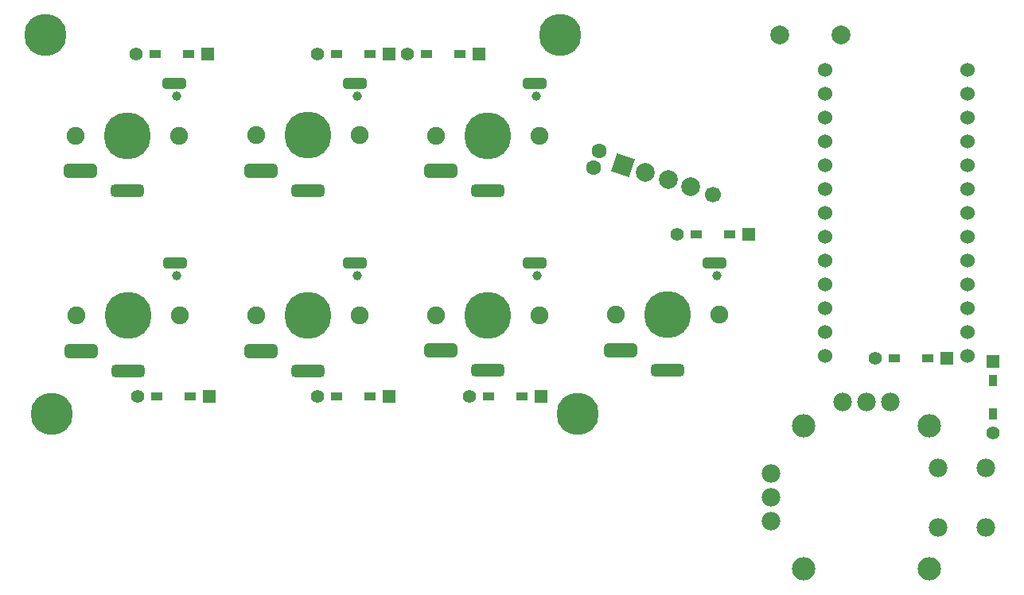
<source format=gbr>
G04 #@! TF.GenerationSoftware,KiCad,Pcbnew,8.0.6*
G04 #@! TF.CreationDate,2025-01-11T22:07:08+09:00*
G04 #@! TF.ProjectId,original_keyboard,6f726967-696e-4616-9c5f-6b6579626f61,rev?*
G04 #@! TF.SameCoordinates,Original*
G04 #@! TF.FileFunction,Soldermask,Bot*
G04 #@! TF.FilePolarity,Negative*
%FSLAX46Y46*%
G04 Gerber Fmt 4.6, Leading zero omitted, Abs format (unit mm)*
G04 Created by KiCad (PCBNEW 8.0.6) date 2025-01-11 22:07:08*
%MOMM*%
%LPD*%
G01*
G04 APERTURE LIST*
G04 Aperture macros list*
%AMRoundRect*
0 Rectangle with rounded corners*
0 $1 Rounding radius*
0 $2 $3 $4 $5 $6 $7 $8 $9 X,Y pos of 4 corners*
0 Add a 4 corners polygon primitive as box body*
4,1,4,$2,$3,$4,$5,$6,$7,$8,$9,$2,$3,0*
0 Add four circle primitives for the rounded corners*
1,1,$1+$1,$2,$3*
1,1,$1+$1,$4,$5*
1,1,$1+$1,$6,$7*
1,1,$1+$1,$8,$9*
0 Add four rect primitives between the rounded corners*
20,1,$1+$1,$2,$3,$4,$5,0*
20,1,$1+$1,$4,$5,$6,$7,0*
20,1,$1+$1,$6,$7,$8,$9,0*
20,1,$1+$1,$8,$9,$2,$3,0*%
%AMRotRect*
0 Rectangle, with rotation*
0 The origin of the aperture is its center*
0 $1 length*
0 $2 width*
0 $3 Rotation angle, in degrees counterclockwise*
0 Add horizontal line*
21,1,$1,$2,0,0,$3*%
G04 Aperture macros list end*
%ADD10C,1.900000*%
%ADD11C,5.000000*%
%ADD12RoundRect,0.287500X-0.962500X-0.287500X0.962500X-0.287500X0.962500X0.287500X-0.962500X0.287500X0*%
%ADD13C,1.000000*%
%ADD14RoundRect,0.375000X-1.375000X-0.375000X1.375000X-0.375000X1.375000X0.375000X-1.375000X0.375000X0*%
%ADD15RoundRect,0.325000X-1.425000X-0.325000X1.425000X-0.325000X1.425000X0.325000X-1.425000X0.325000X0*%
%ADD16R,1.397000X1.397000*%
%ADD17R,1.300000X0.950000*%
%ADD18C,1.397000*%
%ADD19C,1.700000*%
%ADD20RotRect,2.000000X2.000000X72.000000*%
%ADD21C,2.000000*%
%ADD22C,1.600000*%
%ADD23C,1.982000*%
%ADD24C,2.490000*%
%ADD25C,4.500000*%
%ADD26C,1.524000*%
%ADD27R,0.950000X1.300000*%
G04 APERTURE END LIST*
D10*
X75113000Y-73152000D03*
D11*
X80613000Y-73152000D03*
D12*
X85613000Y-67602000D03*
D13*
X85833000Y-68952000D03*
D10*
X86113000Y-73152000D03*
D14*
X75613000Y-76952000D03*
D15*
X80613000Y-79052000D03*
D16*
X105410000Y-100965000D03*
D17*
X103375000Y-100965000D03*
X99825000Y-100965000D03*
D18*
X97790000Y-100965000D03*
D16*
X89284000Y-100965000D03*
D17*
X87249000Y-100965000D03*
X83699000Y-100965000D03*
D18*
X81664000Y-100965000D03*
D10*
X113419000Y-92288200D03*
D11*
X118919000Y-92288200D03*
D12*
X123919000Y-86738200D03*
D13*
X124139000Y-88088200D03*
D10*
X124419000Y-92288200D03*
D14*
X113919000Y-96088200D03*
D15*
X118919000Y-98188200D03*
D19*
X123737546Y-79427173D03*
D20*
X114122365Y-76303012D03*
D21*
X116538048Y-77087915D03*
X118953732Y-77872818D03*
X121369415Y-78657722D03*
D22*
X111042818Y-76590448D03*
X111614500Y-74830993D03*
D16*
X69980000Y-64516000D03*
D17*
X67945000Y-64516000D03*
X64395000Y-64516000D03*
D18*
X62360000Y-64516000D03*
D23*
X152781000Y-108585000D03*
X152781000Y-114935000D03*
X147701000Y-108585000D03*
X147701000Y-114935000D03*
X129921000Y-109220000D03*
X129921000Y-111760000D03*
X129921000Y-114300000D03*
D24*
X146748500Y-104140000D03*
X133413500Y-104140000D03*
X133413500Y-119380000D03*
X146748500Y-119380000D03*
D23*
X142621000Y-101600000D03*
X140081000Y-101600000D03*
X137541000Y-101600000D03*
D25*
X109347000Y-102870000D03*
D16*
X98806000Y-64516000D03*
D17*
X96771000Y-64516000D03*
X93221000Y-64516000D03*
D18*
X91186000Y-64516000D03*
D16*
X127505000Y-83693000D03*
D17*
X125470000Y-83693000D03*
X121920000Y-83693000D03*
D18*
X119885000Y-83693000D03*
D10*
X55955000Y-92329000D03*
D11*
X61455000Y-92329000D03*
D12*
X66455000Y-86779000D03*
D13*
X66675000Y-88129000D03*
D10*
X66955000Y-92329000D03*
D14*
X56455000Y-96129000D03*
D15*
X61455000Y-98229000D03*
D26*
X135636000Y-68707000D03*
X135636000Y-71247000D03*
X135636000Y-73787000D03*
X135636000Y-76327000D03*
X135636000Y-78867000D03*
X135636000Y-81407000D03*
X135636000Y-83947000D03*
X135636000Y-86487000D03*
X135636000Y-89027000D03*
X135636000Y-91567000D03*
X135636000Y-94107000D03*
X135636000Y-96647000D03*
X150856000Y-96647000D03*
X150856000Y-94107000D03*
X150856000Y-91567000D03*
X150856000Y-89027000D03*
X150856000Y-86487000D03*
X150856000Y-83947000D03*
X150856000Y-81407000D03*
X150856000Y-78867000D03*
X150856000Y-76327000D03*
X150856000Y-73787000D03*
X150856000Y-71247000D03*
X150856000Y-68707000D03*
X150856000Y-66167000D03*
X135636000Y-66167000D03*
D10*
X75145000Y-92329000D03*
D11*
X80645000Y-92329000D03*
D12*
X85645000Y-86779000D03*
D13*
X85865000Y-88129000D03*
D10*
X86145000Y-92329000D03*
D14*
X75645000Y-96129000D03*
D15*
X80645000Y-98229000D03*
D16*
X89281000Y-64516000D03*
D17*
X87246000Y-64516000D03*
X83696000Y-64516000D03*
D18*
X81661000Y-64516000D03*
D10*
X55924000Y-73161000D03*
D11*
X61424000Y-73161000D03*
D12*
X66424000Y-67611000D03*
D13*
X66644000Y-68961000D03*
D10*
X66924000Y-73161000D03*
D14*
X56424000Y-76961000D03*
D15*
X61424000Y-79061000D03*
D10*
X94234000Y-73161000D03*
D11*
X99734000Y-73161000D03*
D12*
X104734000Y-67611000D03*
D13*
X104954000Y-68961000D03*
D10*
X105234000Y-73161000D03*
D14*
X94734000Y-76961000D03*
D15*
X99734000Y-79061000D03*
D25*
X53340000Y-102870000D03*
D16*
X148590000Y-96901000D03*
D17*
X146555000Y-96901000D03*
X143005000Y-96901000D03*
D18*
X140970000Y-96901000D03*
D10*
X94275000Y-92291000D03*
D11*
X99775000Y-92291000D03*
D12*
X104775000Y-86741000D03*
D13*
X104995000Y-88091000D03*
D10*
X105275000Y-92291000D03*
D14*
X94775000Y-96091000D03*
D15*
X99775000Y-98191000D03*
D25*
X52705000Y-62484000D03*
D16*
X70104000Y-100965000D03*
D17*
X68069000Y-100965000D03*
X64519000Y-100965000D03*
D18*
X62484000Y-100965000D03*
D16*
X153543000Y-97282000D03*
D27*
X153543000Y-99317000D03*
X153543000Y-102867000D03*
D18*
X153543000Y-104902000D03*
D25*
X107442000Y-62484000D03*
D21*
X137362000Y-62484000D03*
X130862000Y-62484000D03*
M02*

</source>
